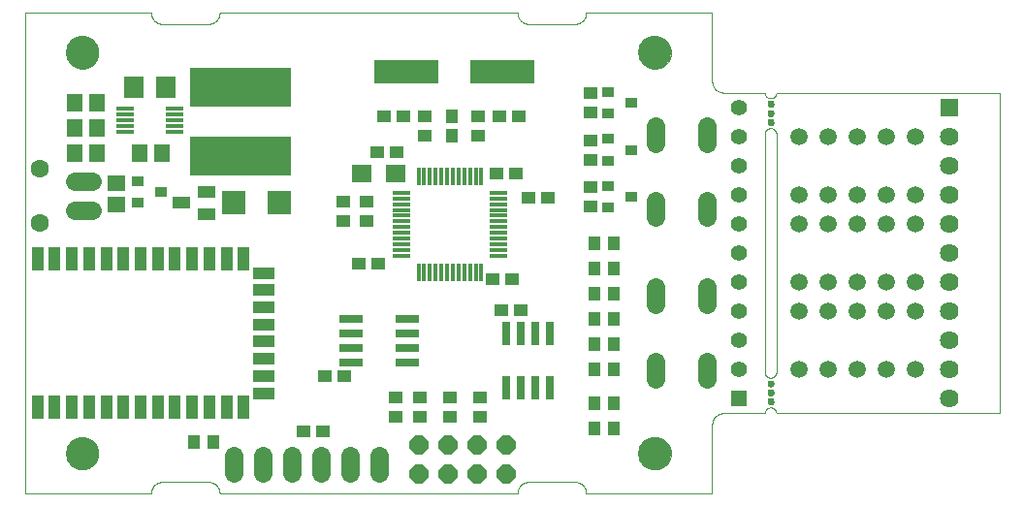
<source format=gts>
G75*
%MOIN*%
%OFA0B0*%
%FSLAX25Y25*%
%IPPOS*%
%LPD*%
%AMOC8*
5,1,8,0,0,1.08239X$1,22.5*
%
%ADD10C,0.00000*%
%ADD11C,0.11424*%
%ADD12C,0.00394*%
%ADD13C,0.02369*%
%ADD14R,0.06306X0.05518*%
%ADD15R,0.08274X0.08274*%
%ADD16R,0.03943X0.03550*%
%ADD17R,0.05912X0.04337*%
%ADD18R,0.06000X0.01500*%
%ADD19R,0.04731X0.04337*%
%ADD20R,0.05518X0.06306*%
%ADD21R,0.06699X0.07487*%
%ADD22R,0.01500X0.06200*%
%ADD23R,0.06200X0.01500*%
%ADD24R,0.06699X0.05912*%
%ADD25R,0.04337X0.04731*%
%ADD26R,0.22054X0.08274*%
%ADD27R,0.02600X0.08200*%
%ADD28C,0.05943*%
%ADD29C,0.06400*%
%ADD30R,0.06400X0.06400*%
%ADD31R,0.05600X0.05600*%
%ADD32C,0.05600*%
%ADD33R,0.08200X0.02600*%
%ADD34R,0.04337X0.08274*%
%ADD35R,0.07487X0.04337*%
%ADD36R,0.35046X0.13786*%
%ADD37C,0.06337*%
%ADD38C,0.06400*%
%ADD39OC8,0.06400*%
%ADD40C,0.06306*%
D10*
X0048494Y0021469D02*
X0048496Y0021617D01*
X0048502Y0021765D01*
X0048512Y0021913D01*
X0048526Y0022060D01*
X0048544Y0022207D01*
X0048565Y0022353D01*
X0048591Y0022499D01*
X0048621Y0022644D01*
X0048654Y0022788D01*
X0048692Y0022931D01*
X0048733Y0023073D01*
X0048778Y0023214D01*
X0048826Y0023354D01*
X0048879Y0023493D01*
X0048935Y0023630D01*
X0048995Y0023765D01*
X0049058Y0023899D01*
X0049125Y0024031D01*
X0049196Y0024161D01*
X0049270Y0024289D01*
X0049347Y0024415D01*
X0049428Y0024539D01*
X0049512Y0024661D01*
X0049599Y0024780D01*
X0049690Y0024897D01*
X0049784Y0025012D01*
X0049880Y0025124D01*
X0049980Y0025234D01*
X0050082Y0025340D01*
X0050188Y0025444D01*
X0050296Y0025545D01*
X0050407Y0025643D01*
X0050520Y0025739D01*
X0050636Y0025831D01*
X0050754Y0025920D01*
X0050875Y0026005D01*
X0050998Y0026088D01*
X0051123Y0026167D01*
X0051250Y0026243D01*
X0051379Y0026315D01*
X0051510Y0026384D01*
X0051643Y0026449D01*
X0051778Y0026510D01*
X0051914Y0026568D01*
X0052051Y0026623D01*
X0052190Y0026673D01*
X0052331Y0026720D01*
X0052472Y0026763D01*
X0052615Y0026803D01*
X0052759Y0026838D01*
X0052903Y0026870D01*
X0053049Y0026897D01*
X0053195Y0026921D01*
X0053342Y0026941D01*
X0053489Y0026957D01*
X0053636Y0026969D01*
X0053784Y0026977D01*
X0053932Y0026981D01*
X0054080Y0026981D01*
X0054228Y0026977D01*
X0054376Y0026969D01*
X0054523Y0026957D01*
X0054670Y0026941D01*
X0054817Y0026921D01*
X0054963Y0026897D01*
X0055109Y0026870D01*
X0055253Y0026838D01*
X0055397Y0026803D01*
X0055540Y0026763D01*
X0055681Y0026720D01*
X0055822Y0026673D01*
X0055961Y0026623D01*
X0056098Y0026568D01*
X0056234Y0026510D01*
X0056369Y0026449D01*
X0056502Y0026384D01*
X0056633Y0026315D01*
X0056762Y0026243D01*
X0056889Y0026167D01*
X0057014Y0026088D01*
X0057137Y0026005D01*
X0057258Y0025920D01*
X0057376Y0025831D01*
X0057492Y0025739D01*
X0057605Y0025643D01*
X0057716Y0025545D01*
X0057824Y0025444D01*
X0057930Y0025340D01*
X0058032Y0025234D01*
X0058132Y0025124D01*
X0058228Y0025012D01*
X0058322Y0024897D01*
X0058413Y0024780D01*
X0058500Y0024661D01*
X0058584Y0024539D01*
X0058665Y0024415D01*
X0058742Y0024289D01*
X0058816Y0024161D01*
X0058887Y0024031D01*
X0058954Y0023899D01*
X0059017Y0023765D01*
X0059077Y0023630D01*
X0059133Y0023493D01*
X0059186Y0023354D01*
X0059234Y0023214D01*
X0059279Y0023073D01*
X0059320Y0022931D01*
X0059358Y0022788D01*
X0059391Y0022644D01*
X0059421Y0022499D01*
X0059447Y0022353D01*
X0059468Y0022207D01*
X0059486Y0022060D01*
X0059500Y0021913D01*
X0059510Y0021765D01*
X0059516Y0021617D01*
X0059518Y0021469D01*
X0059516Y0021321D01*
X0059510Y0021173D01*
X0059500Y0021025D01*
X0059486Y0020878D01*
X0059468Y0020731D01*
X0059447Y0020585D01*
X0059421Y0020439D01*
X0059391Y0020294D01*
X0059358Y0020150D01*
X0059320Y0020007D01*
X0059279Y0019865D01*
X0059234Y0019724D01*
X0059186Y0019584D01*
X0059133Y0019445D01*
X0059077Y0019308D01*
X0059017Y0019173D01*
X0058954Y0019039D01*
X0058887Y0018907D01*
X0058816Y0018777D01*
X0058742Y0018649D01*
X0058665Y0018523D01*
X0058584Y0018399D01*
X0058500Y0018277D01*
X0058413Y0018158D01*
X0058322Y0018041D01*
X0058228Y0017926D01*
X0058132Y0017814D01*
X0058032Y0017704D01*
X0057930Y0017598D01*
X0057824Y0017494D01*
X0057716Y0017393D01*
X0057605Y0017295D01*
X0057492Y0017199D01*
X0057376Y0017107D01*
X0057258Y0017018D01*
X0057137Y0016933D01*
X0057014Y0016850D01*
X0056889Y0016771D01*
X0056762Y0016695D01*
X0056633Y0016623D01*
X0056502Y0016554D01*
X0056369Y0016489D01*
X0056234Y0016428D01*
X0056098Y0016370D01*
X0055961Y0016315D01*
X0055822Y0016265D01*
X0055681Y0016218D01*
X0055540Y0016175D01*
X0055397Y0016135D01*
X0055253Y0016100D01*
X0055109Y0016068D01*
X0054963Y0016041D01*
X0054817Y0016017D01*
X0054670Y0015997D01*
X0054523Y0015981D01*
X0054376Y0015969D01*
X0054228Y0015961D01*
X0054080Y0015957D01*
X0053932Y0015957D01*
X0053784Y0015961D01*
X0053636Y0015969D01*
X0053489Y0015981D01*
X0053342Y0015997D01*
X0053195Y0016017D01*
X0053049Y0016041D01*
X0052903Y0016068D01*
X0052759Y0016100D01*
X0052615Y0016135D01*
X0052472Y0016175D01*
X0052331Y0016218D01*
X0052190Y0016265D01*
X0052051Y0016315D01*
X0051914Y0016370D01*
X0051778Y0016428D01*
X0051643Y0016489D01*
X0051510Y0016554D01*
X0051379Y0016623D01*
X0051250Y0016695D01*
X0051123Y0016771D01*
X0050998Y0016850D01*
X0050875Y0016933D01*
X0050754Y0017018D01*
X0050636Y0017107D01*
X0050520Y0017199D01*
X0050407Y0017295D01*
X0050296Y0017393D01*
X0050188Y0017494D01*
X0050082Y0017598D01*
X0049980Y0017704D01*
X0049880Y0017814D01*
X0049784Y0017926D01*
X0049690Y0018041D01*
X0049599Y0018158D01*
X0049512Y0018277D01*
X0049428Y0018399D01*
X0049347Y0018523D01*
X0049270Y0018649D01*
X0049196Y0018777D01*
X0049125Y0018907D01*
X0049058Y0019039D01*
X0048995Y0019173D01*
X0048935Y0019308D01*
X0048879Y0019445D01*
X0048826Y0019584D01*
X0048778Y0019724D01*
X0048733Y0019865D01*
X0048692Y0020007D01*
X0048654Y0020150D01*
X0048621Y0020294D01*
X0048591Y0020439D01*
X0048565Y0020585D01*
X0048544Y0020731D01*
X0048526Y0020878D01*
X0048512Y0021025D01*
X0048502Y0021173D01*
X0048496Y0021321D01*
X0048494Y0021469D01*
X0245344Y0021469D02*
X0245346Y0021617D01*
X0245352Y0021765D01*
X0245362Y0021913D01*
X0245376Y0022060D01*
X0245394Y0022207D01*
X0245415Y0022353D01*
X0245441Y0022499D01*
X0245471Y0022644D01*
X0245504Y0022788D01*
X0245542Y0022931D01*
X0245583Y0023073D01*
X0245628Y0023214D01*
X0245676Y0023354D01*
X0245729Y0023493D01*
X0245785Y0023630D01*
X0245845Y0023765D01*
X0245908Y0023899D01*
X0245975Y0024031D01*
X0246046Y0024161D01*
X0246120Y0024289D01*
X0246197Y0024415D01*
X0246278Y0024539D01*
X0246362Y0024661D01*
X0246449Y0024780D01*
X0246540Y0024897D01*
X0246634Y0025012D01*
X0246730Y0025124D01*
X0246830Y0025234D01*
X0246932Y0025340D01*
X0247038Y0025444D01*
X0247146Y0025545D01*
X0247257Y0025643D01*
X0247370Y0025739D01*
X0247486Y0025831D01*
X0247604Y0025920D01*
X0247725Y0026005D01*
X0247848Y0026088D01*
X0247973Y0026167D01*
X0248100Y0026243D01*
X0248229Y0026315D01*
X0248360Y0026384D01*
X0248493Y0026449D01*
X0248628Y0026510D01*
X0248764Y0026568D01*
X0248901Y0026623D01*
X0249040Y0026673D01*
X0249181Y0026720D01*
X0249322Y0026763D01*
X0249465Y0026803D01*
X0249609Y0026838D01*
X0249753Y0026870D01*
X0249899Y0026897D01*
X0250045Y0026921D01*
X0250192Y0026941D01*
X0250339Y0026957D01*
X0250486Y0026969D01*
X0250634Y0026977D01*
X0250782Y0026981D01*
X0250930Y0026981D01*
X0251078Y0026977D01*
X0251226Y0026969D01*
X0251373Y0026957D01*
X0251520Y0026941D01*
X0251667Y0026921D01*
X0251813Y0026897D01*
X0251959Y0026870D01*
X0252103Y0026838D01*
X0252247Y0026803D01*
X0252390Y0026763D01*
X0252531Y0026720D01*
X0252672Y0026673D01*
X0252811Y0026623D01*
X0252948Y0026568D01*
X0253084Y0026510D01*
X0253219Y0026449D01*
X0253352Y0026384D01*
X0253483Y0026315D01*
X0253612Y0026243D01*
X0253739Y0026167D01*
X0253864Y0026088D01*
X0253987Y0026005D01*
X0254108Y0025920D01*
X0254226Y0025831D01*
X0254342Y0025739D01*
X0254455Y0025643D01*
X0254566Y0025545D01*
X0254674Y0025444D01*
X0254780Y0025340D01*
X0254882Y0025234D01*
X0254982Y0025124D01*
X0255078Y0025012D01*
X0255172Y0024897D01*
X0255263Y0024780D01*
X0255350Y0024661D01*
X0255434Y0024539D01*
X0255515Y0024415D01*
X0255592Y0024289D01*
X0255666Y0024161D01*
X0255737Y0024031D01*
X0255804Y0023899D01*
X0255867Y0023765D01*
X0255927Y0023630D01*
X0255983Y0023493D01*
X0256036Y0023354D01*
X0256084Y0023214D01*
X0256129Y0023073D01*
X0256170Y0022931D01*
X0256208Y0022788D01*
X0256241Y0022644D01*
X0256271Y0022499D01*
X0256297Y0022353D01*
X0256318Y0022207D01*
X0256336Y0022060D01*
X0256350Y0021913D01*
X0256360Y0021765D01*
X0256366Y0021617D01*
X0256368Y0021469D01*
X0256366Y0021321D01*
X0256360Y0021173D01*
X0256350Y0021025D01*
X0256336Y0020878D01*
X0256318Y0020731D01*
X0256297Y0020585D01*
X0256271Y0020439D01*
X0256241Y0020294D01*
X0256208Y0020150D01*
X0256170Y0020007D01*
X0256129Y0019865D01*
X0256084Y0019724D01*
X0256036Y0019584D01*
X0255983Y0019445D01*
X0255927Y0019308D01*
X0255867Y0019173D01*
X0255804Y0019039D01*
X0255737Y0018907D01*
X0255666Y0018777D01*
X0255592Y0018649D01*
X0255515Y0018523D01*
X0255434Y0018399D01*
X0255350Y0018277D01*
X0255263Y0018158D01*
X0255172Y0018041D01*
X0255078Y0017926D01*
X0254982Y0017814D01*
X0254882Y0017704D01*
X0254780Y0017598D01*
X0254674Y0017494D01*
X0254566Y0017393D01*
X0254455Y0017295D01*
X0254342Y0017199D01*
X0254226Y0017107D01*
X0254108Y0017018D01*
X0253987Y0016933D01*
X0253864Y0016850D01*
X0253739Y0016771D01*
X0253612Y0016695D01*
X0253483Y0016623D01*
X0253352Y0016554D01*
X0253219Y0016489D01*
X0253084Y0016428D01*
X0252948Y0016370D01*
X0252811Y0016315D01*
X0252672Y0016265D01*
X0252531Y0016218D01*
X0252390Y0016175D01*
X0252247Y0016135D01*
X0252103Y0016100D01*
X0251959Y0016068D01*
X0251813Y0016041D01*
X0251667Y0016017D01*
X0251520Y0015997D01*
X0251373Y0015981D01*
X0251226Y0015969D01*
X0251078Y0015961D01*
X0250930Y0015957D01*
X0250782Y0015957D01*
X0250634Y0015961D01*
X0250486Y0015969D01*
X0250339Y0015981D01*
X0250192Y0015997D01*
X0250045Y0016017D01*
X0249899Y0016041D01*
X0249753Y0016068D01*
X0249609Y0016100D01*
X0249465Y0016135D01*
X0249322Y0016175D01*
X0249181Y0016218D01*
X0249040Y0016265D01*
X0248901Y0016315D01*
X0248764Y0016370D01*
X0248628Y0016428D01*
X0248493Y0016489D01*
X0248360Y0016554D01*
X0248229Y0016623D01*
X0248100Y0016695D01*
X0247973Y0016771D01*
X0247848Y0016850D01*
X0247725Y0016933D01*
X0247604Y0017018D01*
X0247486Y0017107D01*
X0247370Y0017199D01*
X0247257Y0017295D01*
X0247146Y0017393D01*
X0247038Y0017494D01*
X0246932Y0017598D01*
X0246830Y0017704D01*
X0246730Y0017814D01*
X0246634Y0017926D01*
X0246540Y0018041D01*
X0246449Y0018158D01*
X0246362Y0018277D01*
X0246278Y0018399D01*
X0246197Y0018523D01*
X0246120Y0018649D01*
X0246046Y0018777D01*
X0245975Y0018907D01*
X0245908Y0019039D01*
X0245845Y0019173D01*
X0245785Y0019308D01*
X0245729Y0019445D01*
X0245676Y0019584D01*
X0245628Y0019724D01*
X0245583Y0019865D01*
X0245542Y0020007D01*
X0245504Y0020150D01*
X0245471Y0020294D01*
X0245441Y0020439D01*
X0245415Y0020585D01*
X0245394Y0020731D01*
X0245376Y0020878D01*
X0245362Y0021025D01*
X0245352Y0021173D01*
X0245346Y0021321D01*
X0245344Y0021469D01*
X0289636Y0039185D02*
X0289638Y0039247D01*
X0289644Y0039310D01*
X0289654Y0039371D01*
X0289668Y0039432D01*
X0289685Y0039492D01*
X0289706Y0039551D01*
X0289732Y0039608D01*
X0289760Y0039663D01*
X0289792Y0039717D01*
X0289828Y0039768D01*
X0289866Y0039818D01*
X0289908Y0039864D01*
X0289952Y0039908D01*
X0290000Y0039949D01*
X0290049Y0039987D01*
X0290101Y0040021D01*
X0290155Y0040052D01*
X0290211Y0040080D01*
X0290269Y0040104D01*
X0290328Y0040125D01*
X0290388Y0040141D01*
X0290449Y0040154D01*
X0290511Y0040163D01*
X0290573Y0040168D01*
X0290636Y0040169D01*
X0290698Y0040166D01*
X0290760Y0040159D01*
X0290822Y0040148D01*
X0290882Y0040133D01*
X0290942Y0040115D01*
X0291000Y0040093D01*
X0291057Y0040067D01*
X0291112Y0040037D01*
X0291165Y0040004D01*
X0291216Y0039968D01*
X0291264Y0039929D01*
X0291310Y0039886D01*
X0291353Y0039841D01*
X0291393Y0039793D01*
X0291430Y0039743D01*
X0291464Y0039690D01*
X0291495Y0039636D01*
X0291521Y0039580D01*
X0291545Y0039522D01*
X0291564Y0039462D01*
X0291580Y0039402D01*
X0291592Y0039340D01*
X0291600Y0039279D01*
X0291604Y0039216D01*
X0291604Y0039154D01*
X0291600Y0039091D01*
X0291592Y0039030D01*
X0291580Y0038968D01*
X0291564Y0038908D01*
X0291545Y0038848D01*
X0291521Y0038790D01*
X0291495Y0038734D01*
X0291464Y0038680D01*
X0291430Y0038627D01*
X0291393Y0038577D01*
X0291353Y0038529D01*
X0291310Y0038484D01*
X0291264Y0038441D01*
X0291216Y0038402D01*
X0291165Y0038366D01*
X0291112Y0038333D01*
X0291057Y0038303D01*
X0291000Y0038277D01*
X0290942Y0038255D01*
X0290882Y0038237D01*
X0290822Y0038222D01*
X0290760Y0038211D01*
X0290698Y0038204D01*
X0290636Y0038201D01*
X0290573Y0038202D01*
X0290511Y0038207D01*
X0290449Y0038216D01*
X0290388Y0038229D01*
X0290328Y0038245D01*
X0290269Y0038266D01*
X0290211Y0038290D01*
X0290155Y0038318D01*
X0290101Y0038349D01*
X0290049Y0038383D01*
X0290000Y0038421D01*
X0289952Y0038462D01*
X0289908Y0038506D01*
X0289866Y0038552D01*
X0289828Y0038602D01*
X0289792Y0038653D01*
X0289760Y0038707D01*
X0289732Y0038762D01*
X0289706Y0038819D01*
X0289685Y0038878D01*
X0289668Y0038938D01*
X0289654Y0038999D01*
X0289644Y0039060D01*
X0289638Y0039123D01*
X0289636Y0039185D01*
X0289636Y0042335D02*
X0289638Y0042397D01*
X0289644Y0042460D01*
X0289654Y0042521D01*
X0289668Y0042582D01*
X0289685Y0042642D01*
X0289706Y0042701D01*
X0289732Y0042758D01*
X0289760Y0042813D01*
X0289792Y0042867D01*
X0289828Y0042918D01*
X0289866Y0042968D01*
X0289908Y0043014D01*
X0289952Y0043058D01*
X0290000Y0043099D01*
X0290049Y0043137D01*
X0290101Y0043171D01*
X0290155Y0043202D01*
X0290211Y0043230D01*
X0290269Y0043254D01*
X0290328Y0043275D01*
X0290388Y0043291D01*
X0290449Y0043304D01*
X0290511Y0043313D01*
X0290573Y0043318D01*
X0290636Y0043319D01*
X0290698Y0043316D01*
X0290760Y0043309D01*
X0290822Y0043298D01*
X0290882Y0043283D01*
X0290942Y0043265D01*
X0291000Y0043243D01*
X0291057Y0043217D01*
X0291112Y0043187D01*
X0291165Y0043154D01*
X0291216Y0043118D01*
X0291264Y0043079D01*
X0291310Y0043036D01*
X0291353Y0042991D01*
X0291393Y0042943D01*
X0291430Y0042893D01*
X0291464Y0042840D01*
X0291495Y0042786D01*
X0291521Y0042730D01*
X0291545Y0042672D01*
X0291564Y0042612D01*
X0291580Y0042552D01*
X0291592Y0042490D01*
X0291600Y0042429D01*
X0291604Y0042366D01*
X0291604Y0042304D01*
X0291600Y0042241D01*
X0291592Y0042180D01*
X0291580Y0042118D01*
X0291564Y0042058D01*
X0291545Y0041998D01*
X0291521Y0041940D01*
X0291495Y0041884D01*
X0291464Y0041830D01*
X0291430Y0041777D01*
X0291393Y0041727D01*
X0291353Y0041679D01*
X0291310Y0041634D01*
X0291264Y0041591D01*
X0291216Y0041552D01*
X0291165Y0041516D01*
X0291112Y0041483D01*
X0291057Y0041453D01*
X0291000Y0041427D01*
X0290942Y0041405D01*
X0290882Y0041387D01*
X0290822Y0041372D01*
X0290760Y0041361D01*
X0290698Y0041354D01*
X0290636Y0041351D01*
X0290573Y0041352D01*
X0290511Y0041357D01*
X0290449Y0041366D01*
X0290388Y0041379D01*
X0290328Y0041395D01*
X0290269Y0041416D01*
X0290211Y0041440D01*
X0290155Y0041468D01*
X0290101Y0041499D01*
X0290049Y0041533D01*
X0290000Y0041571D01*
X0289952Y0041612D01*
X0289908Y0041656D01*
X0289866Y0041702D01*
X0289828Y0041752D01*
X0289792Y0041803D01*
X0289760Y0041857D01*
X0289732Y0041912D01*
X0289706Y0041969D01*
X0289685Y0042028D01*
X0289668Y0042088D01*
X0289654Y0042149D01*
X0289644Y0042210D01*
X0289638Y0042273D01*
X0289636Y0042335D01*
X0289636Y0045484D02*
X0289638Y0045546D01*
X0289644Y0045609D01*
X0289654Y0045670D01*
X0289668Y0045731D01*
X0289685Y0045791D01*
X0289706Y0045850D01*
X0289732Y0045907D01*
X0289760Y0045962D01*
X0289792Y0046016D01*
X0289828Y0046067D01*
X0289866Y0046117D01*
X0289908Y0046163D01*
X0289952Y0046207D01*
X0290000Y0046248D01*
X0290049Y0046286D01*
X0290101Y0046320D01*
X0290155Y0046351D01*
X0290211Y0046379D01*
X0290269Y0046403D01*
X0290328Y0046424D01*
X0290388Y0046440D01*
X0290449Y0046453D01*
X0290511Y0046462D01*
X0290573Y0046467D01*
X0290636Y0046468D01*
X0290698Y0046465D01*
X0290760Y0046458D01*
X0290822Y0046447D01*
X0290882Y0046432D01*
X0290942Y0046414D01*
X0291000Y0046392D01*
X0291057Y0046366D01*
X0291112Y0046336D01*
X0291165Y0046303D01*
X0291216Y0046267D01*
X0291264Y0046228D01*
X0291310Y0046185D01*
X0291353Y0046140D01*
X0291393Y0046092D01*
X0291430Y0046042D01*
X0291464Y0045989D01*
X0291495Y0045935D01*
X0291521Y0045879D01*
X0291545Y0045821D01*
X0291564Y0045761D01*
X0291580Y0045701D01*
X0291592Y0045639D01*
X0291600Y0045578D01*
X0291604Y0045515D01*
X0291604Y0045453D01*
X0291600Y0045390D01*
X0291592Y0045329D01*
X0291580Y0045267D01*
X0291564Y0045207D01*
X0291545Y0045147D01*
X0291521Y0045089D01*
X0291495Y0045033D01*
X0291464Y0044979D01*
X0291430Y0044926D01*
X0291393Y0044876D01*
X0291353Y0044828D01*
X0291310Y0044783D01*
X0291264Y0044740D01*
X0291216Y0044701D01*
X0291165Y0044665D01*
X0291112Y0044632D01*
X0291057Y0044602D01*
X0291000Y0044576D01*
X0290942Y0044554D01*
X0290882Y0044536D01*
X0290822Y0044521D01*
X0290760Y0044510D01*
X0290698Y0044503D01*
X0290636Y0044500D01*
X0290573Y0044501D01*
X0290511Y0044506D01*
X0290449Y0044515D01*
X0290388Y0044528D01*
X0290328Y0044544D01*
X0290269Y0044565D01*
X0290211Y0044589D01*
X0290155Y0044617D01*
X0290101Y0044648D01*
X0290049Y0044682D01*
X0290000Y0044720D01*
X0289952Y0044761D01*
X0289908Y0044805D01*
X0289866Y0044851D01*
X0289828Y0044901D01*
X0289792Y0044952D01*
X0289760Y0045006D01*
X0289732Y0045061D01*
X0289706Y0045118D01*
X0289685Y0045177D01*
X0289668Y0045237D01*
X0289654Y0045298D01*
X0289644Y0045359D01*
X0289638Y0045422D01*
X0289636Y0045484D01*
X0289636Y0135248D02*
X0289638Y0135310D01*
X0289644Y0135373D01*
X0289654Y0135434D01*
X0289668Y0135495D01*
X0289685Y0135555D01*
X0289706Y0135614D01*
X0289732Y0135671D01*
X0289760Y0135726D01*
X0289792Y0135780D01*
X0289828Y0135831D01*
X0289866Y0135881D01*
X0289908Y0135927D01*
X0289952Y0135971D01*
X0290000Y0136012D01*
X0290049Y0136050D01*
X0290101Y0136084D01*
X0290155Y0136115D01*
X0290211Y0136143D01*
X0290269Y0136167D01*
X0290328Y0136188D01*
X0290388Y0136204D01*
X0290449Y0136217D01*
X0290511Y0136226D01*
X0290573Y0136231D01*
X0290636Y0136232D01*
X0290698Y0136229D01*
X0290760Y0136222D01*
X0290822Y0136211D01*
X0290882Y0136196D01*
X0290942Y0136178D01*
X0291000Y0136156D01*
X0291057Y0136130D01*
X0291112Y0136100D01*
X0291165Y0136067D01*
X0291216Y0136031D01*
X0291264Y0135992D01*
X0291310Y0135949D01*
X0291353Y0135904D01*
X0291393Y0135856D01*
X0291430Y0135806D01*
X0291464Y0135753D01*
X0291495Y0135699D01*
X0291521Y0135643D01*
X0291545Y0135585D01*
X0291564Y0135525D01*
X0291580Y0135465D01*
X0291592Y0135403D01*
X0291600Y0135342D01*
X0291604Y0135279D01*
X0291604Y0135217D01*
X0291600Y0135154D01*
X0291592Y0135093D01*
X0291580Y0135031D01*
X0291564Y0134971D01*
X0291545Y0134911D01*
X0291521Y0134853D01*
X0291495Y0134797D01*
X0291464Y0134743D01*
X0291430Y0134690D01*
X0291393Y0134640D01*
X0291353Y0134592D01*
X0291310Y0134547D01*
X0291264Y0134504D01*
X0291216Y0134465D01*
X0291165Y0134429D01*
X0291112Y0134396D01*
X0291057Y0134366D01*
X0291000Y0134340D01*
X0290942Y0134318D01*
X0290882Y0134300D01*
X0290822Y0134285D01*
X0290760Y0134274D01*
X0290698Y0134267D01*
X0290636Y0134264D01*
X0290573Y0134265D01*
X0290511Y0134270D01*
X0290449Y0134279D01*
X0290388Y0134292D01*
X0290328Y0134308D01*
X0290269Y0134329D01*
X0290211Y0134353D01*
X0290155Y0134381D01*
X0290101Y0134412D01*
X0290049Y0134446D01*
X0290000Y0134484D01*
X0289952Y0134525D01*
X0289908Y0134569D01*
X0289866Y0134615D01*
X0289828Y0134665D01*
X0289792Y0134716D01*
X0289760Y0134770D01*
X0289732Y0134825D01*
X0289706Y0134882D01*
X0289685Y0134941D01*
X0289668Y0135001D01*
X0289654Y0135062D01*
X0289644Y0135123D01*
X0289638Y0135186D01*
X0289636Y0135248D01*
X0289636Y0138398D02*
X0289638Y0138460D01*
X0289644Y0138523D01*
X0289654Y0138584D01*
X0289668Y0138645D01*
X0289685Y0138705D01*
X0289706Y0138764D01*
X0289732Y0138821D01*
X0289760Y0138876D01*
X0289792Y0138930D01*
X0289828Y0138981D01*
X0289866Y0139031D01*
X0289908Y0139077D01*
X0289952Y0139121D01*
X0290000Y0139162D01*
X0290049Y0139200D01*
X0290101Y0139234D01*
X0290155Y0139265D01*
X0290211Y0139293D01*
X0290269Y0139317D01*
X0290328Y0139338D01*
X0290388Y0139354D01*
X0290449Y0139367D01*
X0290511Y0139376D01*
X0290573Y0139381D01*
X0290636Y0139382D01*
X0290698Y0139379D01*
X0290760Y0139372D01*
X0290822Y0139361D01*
X0290882Y0139346D01*
X0290942Y0139328D01*
X0291000Y0139306D01*
X0291057Y0139280D01*
X0291112Y0139250D01*
X0291165Y0139217D01*
X0291216Y0139181D01*
X0291264Y0139142D01*
X0291310Y0139099D01*
X0291353Y0139054D01*
X0291393Y0139006D01*
X0291430Y0138956D01*
X0291464Y0138903D01*
X0291495Y0138849D01*
X0291521Y0138793D01*
X0291545Y0138735D01*
X0291564Y0138675D01*
X0291580Y0138615D01*
X0291592Y0138553D01*
X0291600Y0138492D01*
X0291604Y0138429D01*
X0291604Y0138367D01*
X0291600Y0138304D01*
X0291592Y0138243D01*
X0291580Y0138181D01*
X0291564Y0138121D01*
X0291545Y0138061D01*
X0291521Y0138003D01*
X0291495Y0137947D01*
X0291464Y0137893D01*
X0291430Y0137840D01*
X0291393Y0137790D01*
X0291353Y0137742D01*
X0291310Y0137697D01*
X0291264Y0137654D01*
X0291216Y0137615D01*
X0291165Y0137579D01*
X0291112Y0137546D01*
X0291057Y0137516D01*
X0291000Y0137490D01*
X0290942Y0137468D01*
X0290882Y0137450D01*
X0290822Y0137435D01*
X0290760Y0137424D01*
X0290698Y0137417D01*
X0290636Y0137414D01*
X0290573Y0137415D01*
X0290511Y0137420D01*
X0290449Y0137429D01*
X0290388Y0137442D01*
X0290328Y0137458D01*
X0290269Y0137479D01*
X0290211Y0137503D01*
X0290155Y0137531D01*
X0290101Y0137562D01*
X0290049Y0137596D01*
X0290000Y0137634D01*
X0289952Y0137675D01*
X0289908Y0137719D01*
X0289866Y0137765D01*
X0289828Y0137815D01*
X0289792Y0137866D01*
X0289760Y0137920D01*
X0289732Y0137975D01*
X0289706Y0138032D01*
X0289685Y0138091D01*
X0289668Y0138151D01*
X0289654Y0138212D01*
X0289644Y0138273D01*
X0289638Y0138336D01*
X0289636Y0138398D01*
X0289636Y0141547D02*
X0289638Y0141609D01*
X0289644Y0141672D01*
X0289654Y0141733D01*
X0289668Y0141794D01*
X0289685Y0141854D01*
X0289706Y0141913D01*
X0289732Y0141970D01*
X0289760Y0142025D01*
X0289792Y0142079D01*
X0289828Y0142130D01*
X0289866Y0142180D01*
X0289908Y0142226D01*
X0289952Y0142270D01*
X0290000Y0142311D01*
X0290049Y0142349D01*
X0290101Y0142383D01*
X0290155Y0142414D01*
X0290211Y0142442D01*
X0290269Y0142466D01*
X0290328Y0142487D01*
X0290388Y0142503D01*
X0290449Y0142516D01*
X0290511Y0142525D01*
X0290573Y0142530D01*
X0290636Y0142531D01*
X0290698Y0142528D01*
X0290760Y0142521D01*
X0290822Y0142510D01*
X0290882Y0142495D01*
X0290942Y0142477D01*
X0291000Y0142455D01*
X0291057Y0142429D01*
X0291112Y0142399D01*
X0291165Y0142366D01*
X0291216Y0142330D01*
X0291264Y0142291D01*
X0291310Y0142248D01*
X0291353Y0142203D01*
X0291393Y0142155D01*
X0291430Y0142105D01*
X0291464Y0142052D01*
X0291495Y0141998D01*
X0291521Y0141942D01*
X0291545Y0141884D01*
X0291564Y0141824D01*
X0291580Y0141764D01*
X0291592Y0141702D01*
X0291600Y0141641D01*
X0291604Y0141578D01*
X0291604Y0141516D01*
X0291600Y0141453D01*
X0291592Y0141392D01*
X0291580Y0141330D01*
X0291564Y0141270D01*
X0291545Y0141210D01*
X0291521Y0141152D01*
X0291495Y0141096D01*
X0291464Y0141042D01*
X0291430Y0140989D01*
X0291393Y0140939D01*
X0291353Y0140891D01*
X0291310Y0140846D01*
X0291264Y0140803D01*
X0291216Y0140764D01*
X0291165Y0140728D01*
X0291112Y0140695D01*
X0291057Y0140665D01*
X0291000Y0140639D01*
X0290942Y0140617D01*
X0290882Y0140599D01*
X0290822Y0140584D01*
X0290760Y0140573D01*
X0290698Y0140566D01*
X0290636Y0140563D01*
X0290573Y0140564D01*
X0290511Y0140569D01*
X0290449Y0140578D01*
X0290388Y0140591D01*
X0290328Y0140607D01*
X0290269Y0140628D01*
X0290211Y0140652D01*
X0290155Y0140680D01*
X0290101Y0140711D01*
X0290049Y0140745D01*
X0290000Y0140783D01*
X0289952Y0140824D01*
X0289908Y0140868D01*
X0289866Y0140914D01*
X0289828Y0140964D01*
X0289792Y0141015D01*
X0289760Y0141069D01*
X0289732Y0141124D01*
X0289706Y0141181D01*
X0289685Y0141240D01*
X0289668Y0141300D01*
X0289654Y0141361D01*
X0289644Y0141422D01*
X0289638Y0141485D01*
X0289636Y0141547D01*
X0245344Y0159264D02*
X0245346Y0159412D01*
X0245352Y0159560D01*
X0245362Y0159708D01*
X0245376Y0159855D01*
X0245394Y0160002D01*
X0245415Y0160148D01*
X0245441Y0160294D01*
X0245471Y0160439D01*
X0245504Y0160583D01*
X0245542Y0160726D01*
X0245583Y0160868D01*
X0245628Y0161009D01*
X0245676Y0161149D01*
X0245729Y0161288D01*
X0245785Y0161425D01*
X0245845Y0161560D01*
X0245908Y0161694D01*
X0245975Y0161826D01*
X0246046Y0161956D01*
X0246120Y0162084D01*
X0246197Y0162210D01*
X0246278Y0162334D01*
X0246362Y0162456D01*
X0246449Y0162575D01*
X0246540Y0162692D01*
X0246634Y0162807D01*
X0246730Y0162919D01*
X0246830Y0163029D01*
X0246932Y0163135D01*
X0247038Y0163239D01*
X0247146Y0163340D01*
X0247257Y0163438D01*
X0247370Y0163534D01*
X0247486Y0163626D01*
X0247604Y0163715D01*
X0247725Y0163800D01*
X0247848Y0163883D01*
X0247973Y0163962D01*
X0248100Y0164038D01*
X0248229Y0164110D01*
X0248360Y0164179D01*
X0248493Y0164244D01*
X0248628Y0164305D01*
X0248764Y0164363D01*
X0248901Y0164418D01*
X0249040Y0164468D01*
X0249181Y0164515D01*
X0249322Y0164558D01*
X0249465Y0164598D01*
X0249609Y0164633D01*
X0249753Y0164665D01*
X0249899Y0164692D01*
X0250045Y0164716D01*
X0250192Y0164736D01*
X0250339Y0164752D01*
X0250486Y0164764D01*
X0250634Y0164772D01*
X0250782Y0164776D01*
X0250930Y0164776D01*
X0251078Y0164772D01*
X0251226Y0164764D01*
X0251373Y0164752D01*
X0251520Y0164736D01*
X0251667Y0164716D01*
X0251813Y0164692D01*
X0251959Y0164665D01*
X0252103Y0164633D01*
X0252247Y0164598D01*
X0252390Y0164558D01*
X0252531Y0164515D01*
X0252672Y0164468D01*
X0252811Y0164418D01*
X0252948Y0164363D01*
X0253084Y0164305D01*
X0253219Y0164244D01*
X0253352Y0164179D01*
X0253483Y0164110D01*
X0253612Y0164038D01*
X0253739Y0163962D01*
X0253864Y0163883D01*
X0253987Y0163800D01*
X0254108Y0163715D01*
X0254226Y0163626D01*
X0254342Y0163534D01*
X0254455Y0163438D01*
X0254566Y0163340D01*
X0254674Y0163239D01*
X0254780Y0163135D01*
X0254882Y0163029D01*
X0254982Y0162919D01*
X0255078Y0162807D01*
X0255172Y0162692D01*
X0255263Y0162575D01*
X0255350Y0162456D01*
X0255434Y0162334D01*
X0255515Y0162210D01*
X0255592Y0162084D01*
X0255666Y0161956D01*
X0255737Y0161826D01*
X0255804Y0161694D01*
X0255867Y0161560D01*
X0255927Y0161425D01*
X0255983Y0161288D01*
X0256036Y0161149D01*
X0256084Y0161009D01*
X0256129Y0160868D01*
X0256170Y0160726D01*
X0256208Y0160583D01*
X0256241Y0160439D01*
X0256271Y0160294D01*
X0256297Y0160148D01*
X0256318Y0160002D01*
X0256336Y0159855D01*
X0256350Y0159708D01*
X0256360Y0159560D01*
X0256366Y0159412D01*
X0256368Y0159264D01*
X0256366Y0159116D01*
X0256360Y0158968D01*
X0256350Y0158820D01*
X0256336Y0158673D01*
X0256318Y0158526D01*
X0256297Y0158380D01*
X0256271Y0158234D01*
X0256241Y0158089D01*
X0256208Y0157945D01*
X0256170Y0157802D01*
X0256129Y0157660D01*
X0256084Y0157519D01*
X0256036Y0157379D01*
X0255983Y0157240D01*
X0255927Y0157103D01*
X0255867Y0156968D01*
X0255804Y0156834D01*
X0255737Y0156702D01*
X0255666Y0156572D01*
X0255592Y0156444D01*
X0255515Y0156318D01*
X0255434Y0156194D01*
X0255350Y0156072D01*
X0255263Y0155953D01*
X0255172Y0155836D01*
X0255078Y0155721D01*
X0254982Y0155609D01*
X0254882Y0155499D01*
X0254780Y0155393D01*
X0254674Y0155289D01*
X0254566Y0155188D01*
X0254455Y0155090D01*
X0254342Y0154994D01*
X0254226Y0154902D01*
X0254108Y0154813D01*
X0253987Y0154728D01*
X0253864Y0154645D01*
X0253739Y0154566D01*
X0253612Y0154490D01*
X0253483Y0154418D01*
X0253352Y0154349D01*
X0253219Y0154284D01*
X0253084Y0154223D01*
X0252948Y0154165D01*
X0252811Y0154110D01*
X0252672Y0154060D01*
X0252531Y0154013D01*
X0252390Y0153970D01*
X0252247Y0153930D01*
X0252103Y0153895D01*
X0251959Y0153863D01*
X0251813Y0153836D01*
X0251667Y0153812D01*
X0251520Y0153792D01*
X0251373Y0153776D01*
X0251226Y0153764D01*
X0251078Y0153756D01*
X0250930Y0153752D01*
X0250782Y0153752D01*
X0250634Y0153756D01*
X0250486Y0153764D01*
X0250339Y0153776D01*
X0250192Y0153792D01*
X0250045Y0153812D01*
X0249899Y0153836D01*
X0249753Y0153863D01*
X0249609Y0153895D01*
X0249465Y0153930D01*
X0249322Y0153970D01*
X0249181Y0154013D01*
X0249040Y0154060D01*
X0248901Y0154110D01*
X0248764Y0154165D01*
X0248628Y0154223D01*
X0248493Y0154284D01*
X0248360Y0154349D01*
X0248229Y0154418D01*
X0248100Y0154490D01*
X0247973Y0154566D01*
X0247848Y0154645D01*
X0247725Y0154728D01*
X0247604Y0154813D01*
X0247486Y0154902D01*
X0247370Y0154994D01*
X0247257Y0155090D01*
X0247146Y0155188D01*
X0247038Y0155289D01*
X0246932Y0155393D01*
X0246830Y0155499D01*
X0246730Y0155609D01*
X0246634Y0155721D01*
X0246540Y0155836D01*
X0246449Y0155953D01*
X0246362Y0156072D01*
X0246278Y0156194D01*
X0246197Y0156318D01*
X0246120Y0156444D01*
X0246046Y0156572D01*
X0245975Y0156702D01*
X0245908Y0156834D01*
X0245845Y0156968D01*
X0245785Y0157103D01*
X0245729Y0157240D01*
X0245676Y0157379D01*
X0245628Y0157519D01*
X0245583Y0157660D01*
X0245542Y0157802D01*
X0245504Y0157945D01*
X0245471Y0158089D01*
X0245441Y0158234D01*
X0245415Y0158380D01*
X0245394Y0158526D01*
X0245376Y0158673D01*
X0245362Y0158820D01*
X0245352Y0158968D01*
X0245346Y0159116D01*
X0245344Y0159264D01*
X0048494Y0159264D02*
X0048496Y0159412D01*
X0048502Y0159560D01*
X0048512Y0159708D01*
X0048526Y0159855D01*
X0048544Y0160002D01*
X0048565Y0160148D01*
X0048591Y0160294D01*
X0048621Y0160439D01*
X0048654Y0160583D01*
X0048692Y0160726D01*
X0048733Y0160868D01*
X0048778Y0161009D01*
X0048826Y0161149D01*
X0048879Y0161288D01*
X0048935Y0161425D01*
X0048995Y0161560D01*
X0049058Y0161694D01*
X0049125Y0161826D01*
X0049196Y0161956D01*
X0049270Y0162084D01*
X0049347Y0162210D01*
X0049428Y0162334D01*
X0049512Y0162456D01*
X0049599Y0162575D01*
X0049690Y0162692D01*
X0049784Y0162807D01*
X0049880Y0162919D01*
X0049980Y0163029D01*
X0050082Y0163135D01*
X0050188Y0163239D01*
X0050296Y0163340D01*
X0050407Y0163438D01*
X0050520Y0163534D01*
X0050636Y0163626D01*
X0050754Y0163715D01*
X0050875Y0163800D01*
X0050998Y0163883D01*
X0051123Y0163962D01*
X0051250Y0164038D01*
X0051379Y0164110D01*
X0051510Y0164179D01*
X0051643Y0164244D01*
X0051778Y0164305D01*
X0051914Y0164363D01*
X0052051Y0164418D01*
X0052190Y0164468D01*
X0052331Y0164515D01*
X0052472Y0164558D01*
X0052615Y0164598D01*
X0052759Y0164633D01*
X0052903Y0164665D01*
X0053049Y0164692D01*
X0053195Y0164716D01*
X0053342Y0164736D01*
X0053489Y0164752D01*
X0053636Y0164764D01*
X0053784Y0164772D01*
X0053932Y0164776D01*
X0054080Y0164776D01*
X0054228Y0164772D01*
X0054376Y0164764D01*
X0054523Y0164752D01*
X0054670Y0164736D01*
X0054817Y0164716D01*
X0054963Y0164692D01*
X0055109Y0164665D01*
X0055253Y0164633D01*
X0055397Y0164598D01*
X0055540Y0164558D01*
X0055681Y0164515D01*
X0055822Y0164468D01*
X0055961Y0164418D01*
X0056098Y0164363D01*
X0056234Y0164305D01*
X0056369Y0164244D01*
X0056502Y0164179D01*
X0056633Y0164110D01*
X0056762Y0164038D01*
X0056889Y0163962D01*
X0057014Y0163883D01*
X0057137Y0163800D01*
X0057258Y0163715D01*
X0057376Y0163626D01*
X0057492Y0163534D01*
X0057605Y0163438D01*
X0057716Y0163340D01*
X0057824Y0163239D01*
X0057930Y0163135D01*
X0058032Y0163029D01*
X0058132Y0162919D01*
X0058228Y0162807D01*
X0058322Y0162692D01*
X0058413Y0162575D01*
X0058500Y0162456D01*
X0058584Y0162334D01*
X0058665Y0162210D01*
X0058742Y0162084D01*
X0058816Y0161956D01*
X0058887Y0161826D01*
X0058954Y0161694D01*
X0059017Y0161560D01*
X0059077Y0161425D01*
X0059133Y0161288D01*
X0059186Y0161149D01*
X0059234Y0161009D01*
X0059279Y0160868D01*
X0059320Y0160726D01*
X0059358Y0160583D01*
X0059391Y0160439D01*
X0059421Y0160294D01*
X0059447Y0160148D01*
X0059468Y0160002D01*
X0059486Y0159855D01*
X0059500Y0159708D01*
X0059510Y0159560D01*
X0059516Y0159412D01*
X0059518Y0159264D01*
X0059516Y0159116D01*
X0059510Y0158968D01*
X0059500Y0158820D01*
X0059486Y0158673D01*
X0059468Y0158526D01*
X0059447Y0158380D01*
X0059421Y0158234D01*
X0059391Y0158089D01*
X0059358Y0157945D01*
X0059320Y0157802D01*
X0059279Y0157660D01*
X0059234Y0157519D01*
X0059186Y0157379D01*
X0059133Y0157240D01*
X0059077Y0157103D01*
X0059017Y0156968D01*
X0058954Y0156834D01*
X0058887Y0156702D01*
X0058816Y0156572D01*
X0058742Y0156444D01*
X0058665Y0156318D01*
X0058584Y0156194D01*
X0058500Y0156072D01*
X0058413Y0155953D01*
X0058322Y0155836D01*
X0058228Y0155721D01*
X0058132Y0155609D01*
X0058032Y0155499D01*
X0057930Y0155393D01*
X0057824Y0155289D01*
X0057716Y0155188D01*
X0057605Y0155090D01*
X0057492Y0154994D01*
X0057376Y0154902D01*
X0057258Y0154813D01*
X0057137Y0154728D01*
X0057014Y0154645D01*
X0056889Y0154566D01*
X0056762Y0154490D01*
X0056633Y0154418D01*
X0056502Y0154349D01*
X0056369Y0154284D01*
X0056234Y0154223D01*
X0056098Y0154165D01*
X0055961Y0154110D01*
X0055822Y0154060D01*
X0055681Y0154013D01*
X0055540Y0153970D01*
X0055397Y0153930D01*
X0055253Y0153895D01*
X0055109Y0153863D01*
X0054963Y0153836D01*
X0054817Y0153812D01*
X0054670Y0153792D01*
X0054523Y0153776D01*
X0054376Y0153764D01*
X0054228Y0153756D01*
X0054080Y0153752D01*
X0053932Y0153752D01*
X0053784Y0153756D01*
X0053636Y0153764D01*
X0053489Y0153776D01*
X0053342Y0153792D01*
X0053195Y0153812D01*
X0053049Y0153836D01*
X0052903Y0153863D01*
X0052759Y0153895D01*
X0052615Y0153930D01*
X0052472Y0153970D01*
X0052331Y0154013D01*
X0052190Y0154060D01*
X0052051Y0154110D01*
X0051914Y0154165D01*
X0051778Y0154223D01*
X0051643Y0154284D01*
X0051510Y0154349D01*
X0051379Y0154418D01*
X0051250Y0154490D01*
X0051123Y0154566D01*
X0050998Y0154645D01*
X0050875Y0154728D01*
X0050754Y0154813D01*
X0050636Y0154902D01*
X0050520Y0154994D01*
X0050407Y0155090D01*
X0050296Y0155188D01*
X0050188Y0155289D01*
X0050082Y0155393D01*
X0049980Y0155499D01*
X0049880Y0155609D01*
X0049784Y0155721D01*
X0049690Y0155836D01*
X0049599Y0155953D01*
X0049512Y0156072D01*
X0049428Y0156194D01*
X0049347Y0156318D01*
X0049270Y0156444D01*
X0049196Y0156572D01*
X0049125Y0156702D01*
X0049058Y0156834D01*
X0048995Y0156968D01*
X0048935Y0157103D01*
X0048879Y0157240D01*
X0048826Y0157379D01*
X0048778Y0157519D01*
X0048733Y0157660D01*
X0048692Y0157802D01*
X0048654Y0157945D01*
X0048621Y0158089D01*
X0048591Y0158234D01*
X0048565Y0158380D01*
X0048544Y0158526D01*
X0048526Y0158673D01*
X0048512Y0158820D01*
X0048502Y0158968D01*
X0048496Y0159116D01*
X0048494Y0159264D01*
D11*
X0054006Y0159264D03*
X0250856Y0159264D03*
X0250856Y0021469D03*
X0054006Y0021469D03*
D12*
X0034321Y0007689D02*
X0077628Y0007689D01*
X0077630Y0007813D01*
X0077636Y0007936D01*
X0077645Y0008060D01*
X0077659Y0008182D01*
X0077676Y0008305D01*
X0077698Y0008427D01*
X0077723Y0008548D01*
X0077752Y0008668D01*
X0077784Y0008787D01*
X0077821Y0008906D01*
X0077861Y0009023D01*
X0077904Y0009138D01*
X0077952Y0009253D01*
X0078003Y0009365D01*
X0078057Y0009476D01*
X0078115Y0009586D01*
X0078176Y0009693D01*
X0078241Y0009799D01*
X0078309Y0009902D01*
X0078380Y0010003D01*
X0078454Y0010102D01*
X0078531Y0010199D01*
X0078612Y0010293D01*
X0078695Y0010384D01*
X0078781Y0010473D01*
X0078870Y0010559D01*
X0078961Y0010642D01*
X0079055Y0010723D01*
X0079152Y0010800D01*
X0079251Y0010874D01*
X0079352Y0010945D01*
X0079455Y0011013D01*
X0079561Y0011078D01*
X0079668Y0011139D01*
X0079778Y0011197D01*
X0079889Y0011251D01*
X0080001Y0011302D01*
X0080116Y0011350D01*
X0080231Y0011393D01*
X0080348Y0011433D01*
X0080467Y0011470D01*
X0080586Y0011502D01*
X0080706Y0011531D01*
X0080827Y0011556D01*
X0080949Y0011578D01*
X0081072Y0011595D01*
X0081194Y0011609D01*
X0081318Y0011618D01*
X0081441Y0011624D01*
X0081565Y0011626D01*
X0097313Y0011626D01*
X0097437Y0011624D01*
X0097560Y0011618D01*
X0097684Y0011609D01*
X0097806Y0011595D01*
X0097929Y0011578D01*
X0098051Y0011556D01*
X0098172Y0011531D01*
X0098292Y0011502D01*
X0098411Y0011470D01*
X0098530Y0011433D01*
X0098647Y0011393D01*
X0098762Y0011350D01*
X0098877Y0011302D01*
X0098989Y0011251D01*
X0099100Y0011197D01*
X0099210Y0011139D01*
X0099317Y0011078D01*
X0099423Y0011013D01*
X0099526Y0010945D01*
X0099627Y0010874D01*
X0099726Y0010800D01*
X0099823Y0010723D01*
X0099917Y0010642D01*
X0100008Y0010559D01*
X0100097Y0010473D01*
X0100183Y0010384D01*
X0100266Y0010293D01*
X0100347Y0010199D01*
X0100424Y0010102D01*
X0100498Y0010003D01*
X0100569Y0009902D01*
X0100637Y0009799D01*
X0100702Y0009693D01*
X0100763Y0009586D01*
X0100821Y0009476D01*
X0100875Y0009365D01*
X0100926Y0009253D01*
X0100974Y0009138D01*
X0101017Y0009023D01*
X0101057Y0008906D01*
X0101094Y0008787D01*
X0101126Y0008668D01*
X0101155Y0008548D01*
X0101180Y0008427D01*
X0101202Y0008305D01*
X0101219Y0008182D01*
X0101233Y0008060D01*
X0101242Y0007936D01*
X0101248Y0007813D01*
X0101250Y0007689D01*
X0203612Y0007689D01*
X0203614Y0007813D01*
X0203620Y0007936D01*
X0203629Y0008060D01*
X0203643Y0008182D01*
X0203660Y0008305D01*
X0203682Y0008427D01*
X0203707Y0008548D01*
X0203736Y0008668D01*
X0203768Y0008787D01*
X0203805Y0008906D01*
X0203845Y0009023D01*
X0203888Y0009138D01*
X0203936Y0009253D01*
X0203987Y0009365D01*
X0204041Y0009476D01*
X0204099Y0009586D01*
X0204160Y0009693D01*
X0204225Y0009799D01*
X0204293Y0009902D01*
X0204364Y0010003D01*
X0204438Y0010102D01*
X0204515Y0010199D01*
X0204596Y0010293D01*
X0204679Y0010384D01*
X0204765Y0010473D01*
X0204854Y0010559D01*
X0204945Y0010642D01*
X0205039Y0010723D01*
X0205136Y0010800D01*
X0205235Y0010874D01*
X0205336Y0010945D01*
X0205439Y0011013D01*
X0205545Y0011078D01*
X0205652Y0011139D01*
X0205762Y0011197D01*
X0205873Y0011251D01*
X0205985Y0011302D01*
X0206100Y0011350D01*
X0206215Y0011393D01*
X0206332Y0011433D01*
X0206451Y0011470D01*
X0206570Y0011502D01*
X0206690Y0011531D01*
X0206811Y0011556D01*
X0206933Y0011578D01*
X0207056Y0011595D01*
X0207178Y0011609D01*
X0207302Y0011618D01*
X0207425Y0011624D01*
X0207549Y0011626D01*
X0223297Y0011626D01*
X0223421Y0011624D01*
X0223544Y0011618D01*
X0223668Y0011609D01*
X0223790Y0011595D01*
X0223913Y0011578D01*
X0224035Y0011556D01*
X0224156Y0011531D01*
X0224276Y0011502D01*
X0224395Y0011470D01*
X0224514Y0011433D01*
X0224631Y0011393D01*
X0224746Y0011350D01*
X0224861Y0011302D01*
X0224973Y0011251D01*
X0225084Y0011197D01*
X0225194Y0011139D01*
X0225301Y0011078D01*
X0225407Y0011013D01*
X0225510Y0010945D01*
X0225611Y0010874D01*
X0225710Y0010800D01*
X0225807Y0010723D01*
X0225901Y0010642D01*
X0225992Y0010559D01*
X0226081Y0010473D01*
X0226167Y0010384D01*
X0226250Y0010293D01*
X0226331Y0010199D01*
X0226408Y0010102D01*
X0226482Y0010003D01*
X0226553Y0009902D01*
X0226621Y0009799D01*
X0226686Y0009693D01*
X0226747Y0009586D01*
X0226805Y0009476D01*
X0226859Y0009365D01*
X0226910Y0009253D01*
X0226958Y0009138D01*
X0227001Y0009023D01*
X0227041Y0008906D01*
X0227078Y0008787D01*
X0227110Y0008668D01*
X0227139Y0008548D01*
X0227164Y0008427D01*
X0227186Y0008305D01*
X0227203Y0008182D01*
X0227217Y0008060D01*
X0227226Y0007936D01*
X0227232Y0007813D01*
X0227234Y0007689D01*
X0270541Y0007689D01*
X0270541Y0031311D01*
X0270543Y0031435D01*
X0270549Y0031558D01*
X0270558Y0031682D01*
X0270572Y0031804D01*
X0270589Y0031927D01*
X0270611Y0032049D01*
X0270636Y0032170D01*
X0270665Y0032290D01*
X0270697Y0032409D01*
X0270734Y0032528D01*
X0270774Y0032645D01*
X0270817Y0032760D01*
X0270865Y0032875D01*
X0270916Y0032987D01*
X0270970Y0033098D01*
X0271028Y0033208D01*
X0271089Y0033315D01*
X0271154Y0033421D01*
X0271222Y0033524D01*
X0271293Y0033625D01*
X0271367Y0033724D01*
X0271444Y0033821D01*
X0271525Y0033915D01*
X0271608Y0034006D01*
X0271694Y0034095D01*
X0271783Y0034181D01*
X0271874Y0034264D01*
X0271968Y0034345D01*
X0272065Y0034422D01*
X0272164Y0034496D01*
X0272265Y0034567D01*
X0272368Y0034635D01*
X0272474Y0034700D01*
X0272581Y0034761D01*
X0272691Y0034819D01*
X0272802Y0034873D01*
X0272914Y0034924D01*
X0273029Y0034972D01*
X0273144Y0035015D01*
X0273261Y0035055D01*
X0273380Y0035092D01*
X0273499Y0035124D01*
X0273619Y0035153D01*
X0273740Y0035178D01*
X0273862Y0035200D01*
X0273985Y0035217D01*
X0274107Y0035231D01*
X0274231Y0035240D01*
X0274354Y0035246D01*
X0274478Y0035248D01*
X0288652Y0035248D01*
X0288651Y0035248D02*
X0288653Y0035335D01*
X0288659Y0035422D01*
X0288668Y0035509D01*
X0288682Y0035595D01*
X0288699Y0035680D01*
X0288720Y0035765D01*
X0288745Y0035848D01*
X0288773Y0035931D01*
X0288805Y0036012D01*
X0288841Y0036091D01*
X0288880Y0036169D01*
X0288922Y0036245D01*
X0288968Y0036319D01*
X0289017Y0036391D01*
X0289069Y0036461D01*
X0289124Y0036528D01*
X0289182Y0036593D01*
X0289243Y0036656D01*
X0289307Y0036715D01*
X0289373Y0036772D01*
X0289442Y0036825D01*
X0289513Y0036876D01*
X0289586Y0036923D01*
X0289661Y0036968D01*
X0289738Y0037008D01*
X0289816Y0037046D01*
X0289897Y0037079D01*
X0289978Y0037110D01*
X0290061Y0037136D01*
X0290146Y0037159D01*
X0290231Y0037178D01*
X0290316Y0037193D01*
X0290403Y0037205D01*
X0290489Y0037213D01*
X0290576Y0037217D01*
X0290664Y0037217D01*
X0290751Y0037213D01*
X0290837Y0037205D01*
X0290924Y0037193D01*
X0291009Y0037178D01*
X0291094Y0037159D01*
X0291179Y0037136D01*
X0291262Y0037110D01*
X0291343Y0037079D01*
X0291424Y0037046D01*
X0291502Y0037008D01*
X0291579Y0036968D01*
X0291654Y0036923D01*
X0291727Y0036876D01*
X0291798Y0036825D01*
X0291867Y0036772D01*
X0291933Y0036715D01*
X0291997Y0036656D01*
X0292058Y0036593D01*
X0292116Y0036528D01*
X0292171Y0036461D01*
X0292223Y0036391D01*
X0292272Y0036319D01*
X0292318Y0036245D01*
X0292360Y0036169D01*
X0292399Y0036091D01*
X0292435Y0036012D01*
X0292467Y0035931D01*
X0292495Y0035848D01*
X0292520Y0035765D01*
X0292541Y0035680D01*
X0292558Y0035595D01*
X0292572Y0035509D01*
X0292581Y0035422D01*
X0292587Y0035335D01*
X0292589Y0035248D01*
X0369360Y0035248D01*
X0369360Y0145484D01*
X0292589Y0145484D01*
X0292587Y0145397D01*
X0292581Y0145310D01*
X0292572Y0145223D01*
X0292558Y0145137D01*
X0292541Y0145052D01*
X0292520Y0144967D01*
X0292495Y0144884D01*
X0292467Y0144801D01*
X0292435Y0144720D01*
X0292399Y0144641D01*
X0292360Y0144563D01*
X0292318Y0144487D01*
X0292272Y0144413D01*
X0292223Y0144341D01*
X0292171Y0144271D01*
X0292116Y0144204D01*
X0292058Y0144139D01*
X0291997Y0144076D01*
X0291933Y0144017D01*
X0291867Y0143960D01*
X0291798Y0143907D01*
X0291727Y0143856D01*
X0291654Y0143809D01*
X0291579Y0143764D01*
X0291502Y0143724D01*
X0291424Y0143686D01*
X0291343Y0143653D01*
X0291262Y0143622D01*
X0291179Y0143596D01*
X0291094Y0143573D01*
X0291009Y0143554D01*
X0290924Y0143539D01*
X0290837Y0143527D01*
X0290751Y0143519D01*
X0290664Y0143515D01*
X0290576Y0143515D01*
X0290489Y0143519D01*
X0290403Y0143527D01*
X0290316Y0143539D01*
X0290231Y0143554D01*
X0290146Y0143573D01*
X0290061Y0143596D01*
X0289978Y0143622D01*
X0289897Y0143653D01*
X0289816Y0143686D01*
X0289738Y0143724D01*
X0289661Y0143764D01*
X0289586Y0143809D01*
X0289513Y0143856D01*
X0289442Y0143907D01*
X0289373Y0143960D01*
X0289307Y0144017D01*
X0289243Y0144076D01*
X0289182Y0144139D01*
X0289124Y0144204D01*
X0289069Y0144271D01*
X0289017Y0144341D01*
X0288968Y0144413D01*
X0288922Y0144487D01*
X0288880Y0144563D01*
X0288841Y0144641D01*
X0288805Y0144720D01*
X0288773Y0144801D01*
X0288745Y0144884D01*
X0288720Y0144967D01*
X0288699Y0145052D01*
X0288682Y0145137D01*
X0288668Y0145223D01*
X0288659Y0145310D01*
X0288653Y0145397D01*
X0288651Y0145484D01*
X0288652Y0145484D02*
X0274478Y0145484D01*
X0274354Y0145486D01*
X0274231Y0145492D01*
X0274107Y0145501D01*
X0273985Y0145515D01*
X0273862Y0145532D01*
X0273740Y0145554D01*
X0273619Y0145579D01*
X0273499Y0145608D01*
X0273380Y0145640D01*
X0273261Y0145677D01*
X0273144Y0145717D01*
X0273029Y0145760D01*
X0272914Y0145808D01*
X0272802Y0145859D01*
X0272691Y0145913D01*
X0272581Y0145971D01*
X0272474Y0146032D01*
X0272368Y0146097D01*
X0272265Y0146165D01*
X0272164Y0146236D01*
X0272065Y0146310D01*
X0271968Y0146387D01*
X0271874Y0146468D01*
X0271783Y0146551D01*
X0271694Y0146637D01*
X0271608Y0146726D01*
X0271525Y0146817D01*
X0271444Y0146911D01*
X0271367Y0147008D01*
X0271293Y0147107D01*
X0271222Y0147208D01*
X0271154Y0147311D01*
X0271089Y0147417D01*
X0271028Y0147524D01*
X0270970Y0147634D01*
X0270916Y0147745D01*
X0270865Y0147857D01*
X0270817Y0147972D01*
X0270774Y0148087D01*
X0270734Y0148204D01*
X0270697Y0148323D01*
X0270665Y0148442D01*
X0270636Y0148562D01*
X0270611Y0148683D01*
X0270589Y0148805D01*
X0270572Y0148928D01*
X0270558Y0149050D01*
X0270549Y0149174D01*
X0270543Y0149297D01*
X0270541Y0149421D01*
X0270541Y0173043D01*
X0227234Y0173043D01*
X0227232Y0172919D01*
X0227226Y0172796D01*
X0227217Y0172672D01*
X0227203Y0172550D01*
X0227186Y0172427D01*
X0227164Y0172305D01*
X0227139Y0172184D01*
X0227110Y0172064D01*
X0227078Y0171945D01*
X0227041Y0171826D01*
X0227001Y0171709D01*
X0226958Y0171594D01*
X0226910Y0171479D01*
X0226859Y0171367D01*
X0226805Y0171256D01*
X0226747Y0171146D01*
X0226686Y0171039D01*
X0226621Y0170933D01*
X0226553Y0170830D01*
X0226482Y0170729D01*
X0226408Y0170630D01*
X0226331Y0170533D01*
X0226250Y0170439D01*
X0226167Y0170348D01*
X0226081Y0170259D01*
X0225992Y0170173D01*
X0225901Y0170090D01*
X0225807Y0170009D01*
X0225710Y0169932D01*
X0225611Y0169858D01*
X0225510Y0169787D01*
X0225407Y0169719D01*
X0225301Y0169654D01*
X0225194Y0169593D01*
X0225084Y0169535D01*
X0224973Y0169481D01*
X0224861Y0169430D01*
X0224746Y0169382D01*
X0224631Y0169339D01*
X0224514Y0169299D01*
X0224395Y0169262D01*
X0224276Y0169230D01*
X0224156Y0169201D01*
X0224035Y0169176D01*
X0223913Y0169154D01*
X0223790Y0169137D01*
X0223668Y0169123D01*
X0223544Y0169114D01*
X0223421Y0169108D01*
X0223297Y0169106D01*
X0207549Y0169106D01*
X0207425Y0169108D01*
X0207302Y0169114D01*
X0207178Y0169123D01*
X0207056Y0169137D01*
X0206933Y0169154D01*
X0206811Y0169176D01*
X0206690Y0169201D01*
X0206570Y0169230D01*
X0206451Y0169262D01*
X0206332Y0169299D01*
X0206215Y0169339D01*
X0206100Y0169382D01*
X0205985Y0169430D01*
X0205873Y0169481D01*
X0205762Y0169535D01*
X0205652Y0169593D01*
X0205545Y0169654D01*
X0205439Y0169719D01*
X0205336Y0169787D01*
X0205235Y0169858D01*
X0205136Y0169932D01*
X0205039Y0170009D01*
X0204945Y0170090D01*
X0204854Y0170173D01*
X0204765Y0170259D01*
X0204679Y0170348D01*
X0204596Y0170439D01*
X0204515Y0170533D01*
X0204438Y0170630D01*
X0204364Y0170729D01*
X0204293Y0170830D01*
X0204225Y0170933D01*
X0204160Y0171039D01*
X0204099Y0171146D01*
X0204041Y0171256D01*
X0203987Y0171367D01*
X0203936Y0171479D01*
X0203888Y0171594D01*
X0203845Y0171709D01*
X0203805Y0171826D01*
X0203768Y0171945D01*
X0203736Y0172064D01*
X0203707Y0172184D01*
X0203682Y0172305D01*
X0203660Y0172427D01*
X0203643Y0172550D01*
X0203629Y0172672D01*
X0203620Y0172796D01*
X0203614Y0172919D01*
X0203612Y0173043D01*
X0101250Y0173043D01*
X0101248Y0172919D01*
X0101242Y0172796D01*
X0101233Y0172672D01*
X0101219Y0172550D01*
X0101202Y0172427D01*
X0101180Y0172305D01*
X0101155Y0172184D01*
X0101126Y0172064D01*
X0101094Y0171945D01*
X0101057Y0171826D01*
X0101017Y0171709D01*
X0100974Y0171594D01*
X0100926Y0171479D01*
X0100875Y0171367D01*
X0100821Y0171256D01*
X0100763Y0171146D01*
X0100702Y0171039D01*
X0100637Y0170933D01*
X0100569Y0170830D01*
X0100498Y0170729D01*
X0100424Y0170630D01*
X0100347Y0170533D01*
X0100266Y0170439D01*
X0100183Y0170348D01*
X0100097Y0170259D01*
X0100008Y0170173D01*
X0099917Y0170090D01*
X0099823Y0170009D01*
X0099726Y0169932D01*
X0099627Y0169858D01*
X0099526Y0169787D01*
X0099423Y0169719D01*
X0099317Y0169654D01*
X0099210Y0169593D01*
X0099100Y0169535D01*
X0098989Y0169481D01*
X0098877Y0169430D01*
X0098762Y0169382D01*
X0098647Y0169339D01*
X0098530Y0169299D01*
X0098411Y0169262D01*
X0098292Y0169230D01*
X0098172Y0169201D01*
X0098051Y0169176D01*
X0097929Y0169154D01*
X0097806Y0169137D01*
X0097684Y0169123D01*
X0097560Y0169114D01*
X0097437Y0169108D01*
X0097313Y0169106D01*
X0081565Y0169106D01*
X0081441Y0169108D01*
X0081318Y0169114D01*
X0081194Y0169123D01*
X0081072Y0169137D01*
X0080949Y0169154D01*
X0080827Y0169176D01*
X0080706Y0169201D01*
X0080586Y0169230D01*
X0080467Y0169262D01*
X0080348Y0169299D01*
X0080231Y0169339D01*
X0080116Y0169382D01*
X0080001Y0169430D01*
X0079889Y0169481D01*
X0079778Y0169535D01*
X0079668Y0169593D01*
X0079561Y0169654D01*
X0079455Y0169719D01*
X0079352Y0169787D01*
X0079251Y0169858D01*
X0079152Y0169932D01*
X0079055Y0170009D01*
X0078961Y0170090D01*
X0078870Y0170173D01*
X0078781Y0170259D01*
X0078695Y0170348D01*
X0078612Y0170439D01*
X0078531Y0170533D01*
X0078454Y0170630D01*
X0078380Y0170729D01*
X0078309Y0170830D01*
X0078241Y0170933D01*
X0078176Y0171039D01*
X0078115Y0171146D01*
X0078057Y0171256D01*
X0078003Y0171367D01*
X0077952Y0171479D01*
X0077904Y0171594D01*
X0077861Y0171709D01*
X0077821Y0171826D01*
X0077784Y0171945D01*
X0077752Y0172064D01*
X0077723Y0172184D01*
X0077698Y0172305D01*
X0077676Y0172427D01*
X0077659Y0172550D01*
X0077645Y0172672D01*
X0077636Y0172796D01*
X0077630Y0172919D01*
X0077628Y0173043D01*
X0034321Y0173043D01*
X0034321Y0007689D01*
X0288652Y0049421D02*
X0288652Y0131311D01*
X0288651Y0131311D02*
X0288653Y0131398D01*
X0288659Y0131485D01*
X0288668Y0131572D01*
X0288682Y0131658D01*
X0288699Y0131743D01*
X0288720Y0131828D01*
X0288745Y0131911D01*
X0288773Y0131994D01*
X0288805Y0132075D01*
X0288841Y0132154D01*
X0288880Y0132232D01*
X0288922Y0132308D01*
X0288968Y0132382D01*
X0289017Y0132454D01*
X0289069Y0132524D01*
X0289124Y0132591D01*
X0289182Y0132656D01*
X0289243Y0132719D01*
X0289307Y0132778D01*
X0289373Y0132835D01*
X0289442Y0132888D01*
X0289513Y0132939D01*
X0289586Y0132986D01*
X0289661Y0133031D01*
X0289738Y0133071D01*
X0289816Y0133109D01*
X0289897Y0133142D01*
X0289978Y0133173D01*
X0290061Y0133199D01*
X0290146Y0133222D01*
X0290231Y0133241D01*
X0290316Y0133256D01*
X0290403Y0133268D01*
X0290489Y0133276D01*
X0290576Y0133280D01*
X0290664Y0133280D01*
X0290751Y0133276D01*
X0290837Y0133268D01*
X0290924Y0133256D01*
X0291009Y0133241D01*
X0291094Y0133222D01*
X0291179Y0133199D01*
X0291262Y0133173D01*
X0291343Y0133142D01*
X0291424Y0133109D01*
X0291502Y0133071D01*
X0291579Y0133031D01*
X0291654Y0132986D01*
X0291727Y0132939D01*
X0291798Y0132888D01*
X0291867Y0132835D01*
X0291933Y0132778D01*
X0291997Y0132719D01*
X0292058Y0132656D01*
X0292116Y0132591D01*
X0292171Y0132524D01*
X0292223Y0132454D01*
X0292272Y0132382D01*
X0292318Y0132308D01*
X0292360Y0132232D01*
X0292399Y0132154D01*
X0292435Y0132075D01*
X0292467Y0131994D01*
X0292495Y0131911D01*
X0292520Y0131828D01*
X0292541Y0131743D01*
X0292558Y0131658D01*
X0292572Y0131572D01*
X0292581Y0131485D01*
X0292587Y0131398D01*
X0292589Y0131311D01*
X0292589Y0049421D01*
X0292587Y0049334D01*
X0292581Y0049247D01*
X0292572Y0049160D01*
X0292558Y0049074D01*
X0292541Y0048989D01*
X0292520Y0048904D01*
X0292495Y0048821D01*
X0292467Y0048738D01*
X0292435Y0048657D01*
X0292399Y0048578D01*
X0292360Y0048500D01*
X0292318Y0048424D01*
X0292272Y0048350D01*
X0292223Y0048278D01*
X0292171Y0048208D01*
X0292116Y0048141D01*
X0292058Y0048076D01*
X0291997Y0048013D01*
X0291933Y0047954D01*
X0291867Y0047897D01*
X0291798Y0047844D01*
X0291727Y0047793D01*
X0291654Y0047746D01*
X0291579Y0047701D01*
X0291502Y0047661D01*
X0291424Y0047623D01*
X0291343Y0047590D01*
X0291262Y0047559D01*
X0291179Y0047533D01*
X0291094Y0047510D01*
X0291009Y0047491D01*
X0290924Y0047476D01*
X0290837Y0047464D01*
X0290751Y0047456D01*
X0290664Y0047452D01*
X0290576Y0047452D01*
X0290489Y0047456D01*
X0290403Y0047464D01*
X0290316Y0047476D01*
X0290231Y0047491D01*
X0290146Y0047510D01*
X0290061Y0047533D01*
X0289978Y0047559D01*
X0289897Y0047590D01*
X0289816Y0047623D01*
X0289738Y0047661D01*
X0289661Y0047701D01*
X0289586Y0047746D01*
X0289513Y0047793D01*
X0289442Y0047844D01*
X0289373Y0047897D01*
X0289307Y0047954D01*
X0289243Y0048013D01*
X0289182Y0048076D01*
X0289124Y0048141D01*
X0289069Y0048208D01*
X0289017Y0048278D01*
X0288968Y0048350D01*
X0288922Y0048424D01*
X0288880Y0048500D01*
X0288841Y0048578D01*
X0288805Y0048657D01*
X0288773Y0048738D01*
X0288745Y0048821D01*
X0288720Y0048904D01*
X0288699Y0048989D01*
X0288682Y0049074D01*
X0288668Y0049160D01*
X0288659Y0049247D01*
X0288653Y0049334D01*
X0288651Y0049421D01*
D13*
X0290620Y0045484D03*
X0290620Y0042335D03*
X0290620Y0039185D03*
X0290620Y0135248D03*
X0290620Y0138398D03*
X0290620Y0141547D03*
D14*
X0065620Y0114343D03*
X0065620Y0106862D03*
D15*
X0105935Y0107610D03*
X0121683Y0107610D03*
D16*
X0081093Y0111390D03*
X0073219Y0115130D03*
X0073219Y0107650D03*
X0234715Y0105917D03*
X0242589Y0109657D03*
X0234715Y0113398D03*
X0234715Y0122059D03*
X0242589Y0125799D03*
X0234715Y0129539D03*
X0234715Y0138201D03*
X0242589Y0141941D03*
X0234715Y0145681D03*
D17*
X0096841Y0111272D03*
X0088179Y0107531D03*
X0096841Y0103791D03*
D18*
X0085834Y0132135D03*
X0085834Y0134035D03*
X0085834Y0136035D03*
X0085834Y0138035D03*
X0085834Y0139935D03*
X0068634Y0139935D03*
X0068634Y0138035D03*
X0068634Y0136035D03*
X0068634Y0134035D03*
X0068634Y0132135D03*
D19*
X0143612Y0108122D03*
X0151880Y0108043D03*
X0151880Y0101350D03*
X0143612Y0101429D03*
X0149085Y0086823D03*
X0155778Y0086823D03*
X0195148Y0081311D03*
X0201841Y0081311D03*
X0204596Y0070681D03*
X0197904Y0070681D03*
X0143967Y0047846D03*
X0137274Y0047846D03*
X0161880Y0040563D03*
X0170148Y0040563D03*
X0180384Y0040563D03*
X0190620Y0040563D03*
X0190620Y0033870D03*
X0180384Y0033870D03*
X0170148Y0033870D03*
X0161880Y0033870D03*
X0136880Y0028949D03*
X0130187Y0028949D03*
X0228809Y0106311D03*
X0228809Y0113004D03*
X0214045Y0109264D03*
X0207352Y0109264D03*
X0203022Y0117531D03*
X0196329Y0117531D03*
X0190226Y0130720D03*
X0190226Y0137413D03*
X0197510Y0137217D03*
X0204203Y0137217D03*
X0228809Y0138594D03*
X0228809Y0145287D03*
X0228809Y0129146D03*
X0228809Y0122453D03*
X0171722Y0130720D03*
X0162077Y0125012D03*
X0155384Y0125012D03*
X0157746Y0137217D03*
X0164439Y0137217D03*
X0171722Y0137413D03*
D20*
X0081368Y0124618D03*
X0073888Y0124618D03*
X0058927Y0124618D03*
X0051447Y0124618D03*
X0051447Y0133280D03*
X0058927Y0133280D03*
X0058927Y0141941D03*
X0051447Y0141941D03*
D21*
X0071722Y0147453D03*
X0082746Y0147453D03*
D22*
X0169584Y0116809D03*
X0171484Y0116809D03*
X0173484Y0116809D03*
X0175484Y0116809D03*
X0177384Y0116809D03*
X0179384Y0116809D03*
X0181384Y0116809D03*
X0183384Y0116809D03*
X0185284Y0116809D03*
X0187284Y0116809D03*
X0189284Y0116809D03*
X0191184Y0116809D03*
X0191184Y0083609D03*
X0189284Y0083609D03*
X0187284Y0083609D03*
X0185284Y0083609D03*
X0183384Y0083609D03*
X0181384Y0083609D03*
X0179384Y0083609D03*
X0177384Y0083609D03*
X0175484Y0083609D03*
X0173484Y0083609D03*
X0171484Y0083609D03*
X0169584Y0083609D03*
D23*
X0163784Y0089409D03*
X0163784Y0091309D03*
X0163784Y0093309D03*
X0163784Y0095309D03*
X0163784Y0097209D03*
X0163784Y0099209D03*
X0163784Y0101209D03*
X0163784Y0103209D03*
X0163784Y0105109D03*
X0163784Y0107109D03*
X0163784Y0109109D03*
X0163784Y0111009D03*
X0196984Y0111009D03*
X0196984Y0109109D03*
X0196984Y0107109D03*
X0196984Y0105109D03*
X0196984Y0103209D03*
X0196984Y0101209D03*
X0196984Y0099209D03*
X0196984Y0097209D03*
X0196984Y0095309D03*
X0196984Y0093309D03*
X0196984Y0091309D03*
X0196984Y0089409D03*
D24*
X0161880Y0117531D03*
X0150069Y0117531D03*
D25*
X0181171Y0130720D03*
X0181171Y0137413D03*
X0230187Y0093516D03*
X0236880Y0093516D03*
X0236880Y0084854D03*
X0230187Y0084854D03*
X0230187Y0076193D03*
X0236880Y0076193D03*
X0236880Y0067531D03*
X0230187Y0067531D03*
X0230187Y0058870D03*
X0236880Y0058870D03*
X0236880Y0050209D03*
X0230187Y0050209D03*
X0230187Y0038791D03*
X0236880Y0038791D03*
X0236880Y0030130D03*
X0230187Y0030130D03*
X0099085Y0025406D03*
X0092392Y0025406D03*
D26*
X0165423Y0152571D03*
X0198494Y0152571D03*
D27*
X0199656Y0062658D03*
X0204656Y0062658D03*
X0209656Y0062658D03*
X0214656Y0062658D03*
X0214656Y0044058D03*
X0209656Y0044058D03*
X0204656Y0044058D03*
X0199656Y0044058D03*
D28*
X0300541Y0050445D03*
X0310541Y0050445D03*
X0320541Y0050445D03*
X0330541Y0050445D03*
X0340541Y0050445D03*
X0340541Y0070445D03*
X0330541Y0070445D03*
X0320541Y0070445D03*
X0310541Y0070445D03*
X0300541Y0070445D03*
X0300541Y0080366D03*
X0310541Y0080366D03*
X0320541Y0080366D03*
X0330541Y0080366D03*
X0340541Y0080366D03*
X0340541Y0100366D03*
X0330541Y0100366D03*
X0320541Y0100366D03*
X0310541Y0100366D03*
X0300541Y0100366D03*
X0300541Y0110287D03*
X0310541Y0110287D03*
X0320541Y0110287D03*
X0330541Y0110287D03*
X0340541Y0110287D03*
X0340541Y0130287D03*
X0330541Y0130287D03*
X0320541Y0130287D03*
X0310541Y0130287D03*
X0300541Y0130287D03*
D29*
X0352037Y0130248D03*
X0352037Y0120248D03*
X0352037Y0110248D03*
X0352037Y0100248D03*
X0352037Y0090248D03*
X0352037Y0080248D03*
X0352037Y0070248D03*
X0352037Y0060248D03*
X0352037Y0050248D03*
X0352037Y0040248D03*
D30*
X0352037Y0140248D03*
D31*
X0279596Y0040484D03*
D32*
X0279596Y0050484D03*
X0279596Y0060484D03*
X0279596Y0070484D03*
X0279596Y0080484D03*
X0279596Y0090484D03*
X0279596Y0100484D03*
X0279596Y0110484D03*
X0279596Y0120484D03*
X0279596Y0130484D03*
X0279596Y0140484D03*
D33*
X0165674Y0067551D03*
X0165674Y0062551D03*
X0165674Y0057551D03*
X0165674Y0052551D03*
X0146274Y0052551D03*
X0146274Y0057551D03*
X0146274Y0062551D03*
X0146274Y0067551D03*
D34*
X0109518Y0088398D03*
X0103612Y0088398D03*
X0097707Y0088398D03*
X0091801Y0088398D03*
X0085896Y0088398D03*
X0079990Y0088398D03*
X0074085Y0088398D03*
X0068179Y0088398D03*
X0062274Y0088398D03*
X0056368Y0088398D03*
X0050463Y0088398D03*
X0044557Y0088398D03*
X0038652Y0088398D03*
X0038652Y0037217D03*
X0044557Y0037217D03*
X0050463Y0037217D03*
X0056368Y0037217D03*
X0062274Y0037217D03*
X0068179Y0037217D03*
X0074085Y0037217D03*
X0079990Y0037217D03*
X0085896Y0037217D03*
X0091801Y0037217D03*
X0097707Y0037217D03*
X0103612Y0037217D03*
X0109518Y0037217D03*
D35*
X0116407Y0042138D03*
X0116407Y0048043D03*
X0116407Y0053949D03*
X0116407Y0059854D03*
X0116407Y0065760D03*
X0116407Y0071665D03*
X0116407Y0077571D03*
X0116407Y0083476D03*
D36*
X0108337Y0123831D03*
X0108337Y0147453D03*
D37*
X0251053Y0134083D02*
X0251053Y0128146D01*
X0268770Y0128146D02*
X0268770Y0134083D01*
X0268770Y0108492D02*
X0268770Y0102555D01*
X0251053Y0102555D02*
X0251053Y0108492D01*
X0251053Y0078571D02*
X0251053Y0072634D01*
X0268770Y0072634D02*
X0268770Y0078571D01*
X0268770Y0052980D02*
X0268770Y0047043D01*
X0251053Y0047043D02*
X0251053Y0052980D01*
D38*
X0156171Y0020531D02*
X0156171Y0014531D01*
X0146171Y0014531D02*
X0146171Y0020531D01*
X0136171Y0020531D02*
X0136171Y0014531D01*
X0126171Y0014531D02*
X0126171Y0020531D01*
X0116171Y0020531D02*
X0116171Y0014531D01*
X0106171Y0014531D02*
X0106171Y0020531D01*
X0057400Y0105051D02*
X0051400Y0105051D01*
X0051400Y0115051D02*
X0057400Y0115051D01*
D39*
X0169715Y0024500D03*
X0179715Y0024500D03*
X0189715Y0024500D03*
X0199715Y0024500D03*
X0199715Y0014500D03*
X0189715Y0014500D03*
X0179715Y0014500D03*
X0169715Y0014500D03*
D40*
X0039439Y0100602D03*
X0039439Y0119500D03*
M02*

</source>
